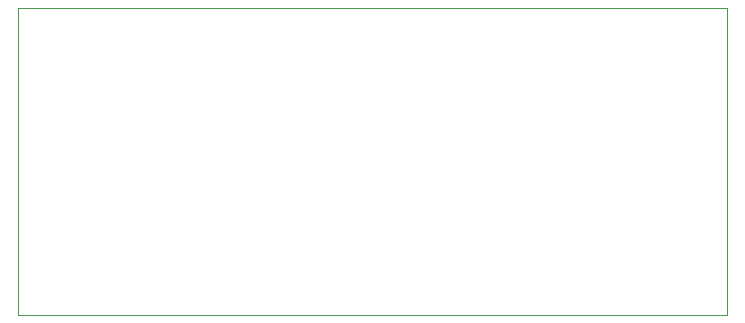
<source format=gbr>
%TF.GenerationSoftware,KiCad,Pcbnew,9.0.0*%
%TF.CreationDate,2025-12-15T21:45:39+01:00*%
%TF.ProjectId,DetectorReader,44657465-6374-46f7-9252-65616465722e,rev?*%
%TF.SameCoordinates,Original*%
%TF.FileFunction,Profile,NP*%
%FSLAX46Y46*%
G04 Gerber Fmt 4.6, Leading zero omitted, Abs format (unit mm)*
G04 Created by KiCad (PCBNEW 9.0.0) date 2025-12-15 21:45:39*
%MOMM*%
%LPD*%
G01*
G04 APERTURE LIST*
%TA.AperFunction,Profile*%
%ADD10C,0.100000*%
%TD*%
G04 APERTURE END LIST*
D10*
X110000000Y-72000000D02*
X170000000Y-72000000D01*
X170000000Y-98000000D01*
X110000000Y-98000000D01*
X110000000Y-72000000D01*
M02*

</source>
